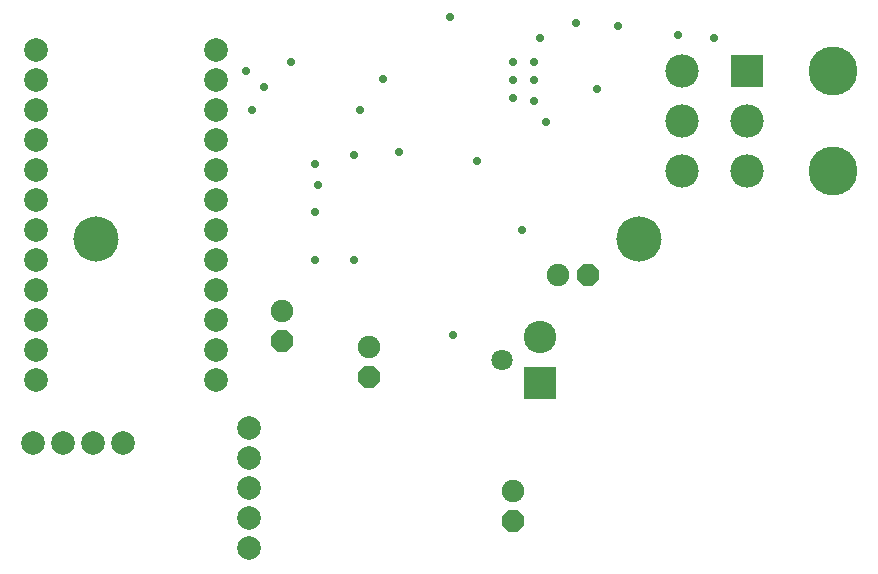
<source format=gbr>
G04 EAGLE Gerber RS-274X export*
G75*
%MOMM*%
%FSLAX34Y34*%
%LPD*%
%INSoldermask Bottom*%
%IPPOS*%
%AMOC8*
5,1,8,0,0,1.08239X$1,22.5*%
G01*
%ADD10C,3.827000*%
%ADD11P,2.061953X8X22.500000*%
%ADD12C,1.905000*%
%ADD13P,2.061953X8X292.500000*%
%ADD14R,2.832100X2.832100*%
%ADD15C,2.832100*%
%ADD16C,4.140200*%
%ADD17C,1.807000*%
%ADD18R,2.752000X2.752000*%
%ADD19C,2.752000*%
%ADD20C,2.006600*%
%ADD21C,0.731000*%


D10*
X195580Y294640D03*
X655320Y294640D03*
D11*
X612140Y264160D03*
D12*
X586740Y264160D03*
D13*
X548640Y55880D03*
D12*
X548640Y81280D03*
D13*
X426720Y177800D03*
D12*
X426720Y203200D03*
D13*
X353060Y208280D03*
D12*
X353060Y233680D03*
D14*
X746760Y436880D03*
D15*
X746760Y394970D03*
X746760Y352806D03*
X691642Y436880D03*
X691642Y394970D03*
X691642Y352806D03*
D16*
X819658Y436880D03*
X819658Y352806D03*
D17*
X539700Y192520D03*
X539700Y192520D03*
D18*
X571500Y172720D03*
D19*
X571500Y212320D03*
D20*
X325120Y134620D03*
X325120Y109220D03*
X325120Y83820D03*
X325120Y58420D03*
X325120Y33020D03*
X142240Y121920D03*
X167640Y121920D03*
X193040Y121920D03*
X218440Y121920D03*
X144780Y454660D03*
X144780Y429260D03*
X144780Y403860D03*
X144780Y378460D03*
X144780Y353060D03*
X144780Y327660D03*
X144780Y302260D03*
X144780Y276860D03*
X144780Y251460D03*
X144780Y226060D03*
X144780Y200660D03*
X144780Y175260D03*
X297180Y175260D03*
X297180Y200660D03*
X297180Y226060D03*
X297180Y251460D03*
X297180Y276860D03*
X297180Y302260D03*
X297180Y327660D03*
X297180Y353060D03*
X297180Y378460D03*
X297180Y403860D03*
X297180Y429260D03*
X297180Y454660D03*
D21*
X576580Y393700D03*
X556260Y302260D03*
X518160Y360680D03*
X688340Y467360D03*
X601980Y477520D03*
X548640Y444500D03*
X566420Y444500D03*
X548640Y429260D03*
X566420Y429260D03*
X548640Y414020D03*
X566420Y411480D03*
X495300Y482600D03*
X381000Y276860D03*
X381000Y317500D03*
X381000Y358140D03*
X327660Y403860D03*
X414020Y276860D03*
X452120Y368300D03*
X360680Y444500D03*
X419100Y403860D03*
X497840Y213360D03*
X619760Y421640D03*
X637540Y474980D03*
X571500Y464820D03*
X718820Y464820D03*
X337820Y423340D03*
X438471Y430300D03*
X322580Y436880D03*
X383540Y340360D03*
X414020Y365760D03*
M02*

</source>
